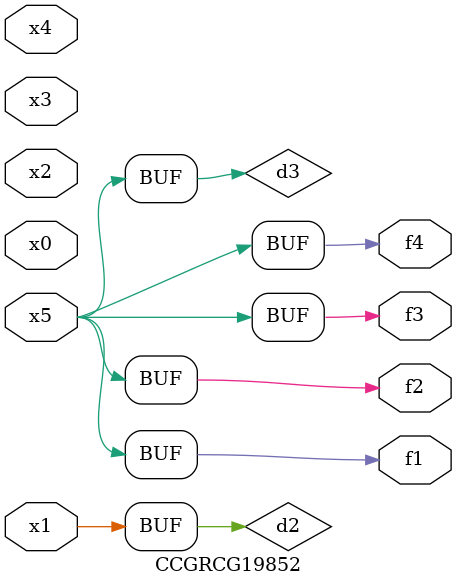
<source format=v>
module CCGRCG19852(
	input x0, x1, x2, x3, x4, x5,
	output f1, f2, f3, f4
);

	wire d1, d2, d3;

	not (d1, x5);
	or (d2, x1);
	xnor (d3, d1);
	assign f1 = d3;
	assign f2 = d3;
	assign f3 = d3;
	assign f4 = d3;
endmodule

</source>
